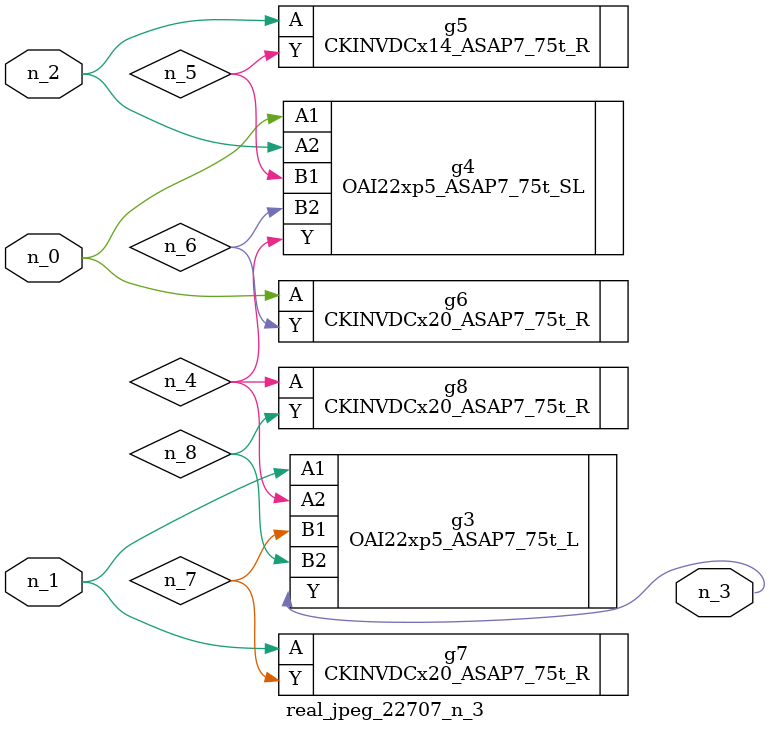
<source format=v>
module real_jpeg_22707_n_3 (n_1, n_0, n_2, n_3);

input n_1;
input n_0;
input n_2;

output n_3;

wire n_5;
wire n_4;
wire n_8;
wire n_6;
wire n_7;

OAI22xp5_ASAP7_75t_SL g4 ( 
.A1(n_0),
.A2(n_2),
.B1(n_5),
.B2(n_6),
.Y(n_4)
);

CKINVDCx20_ASAP7_75t_R g6 ( 
.A(n_0),
.Y(n_6)
);

OAI22xp5_ASAP7_75t_L g3 ( 
.A1(n_1),
.A2(n_4),
.B1(n_7),
.B2(n_8),
.Y(n_3)
);

CKINVDCx20_ASAP7_75t_R g7 ( 
.A(n_1),
.Y(n_7)
);

CKINVDCx14_ASAP7_75t_R g5 ( 
.A(n_2),
.Y(n_5)
);

CKINVDCx20_ASAP7_75t_R g8 ( 
.A(n_4),
.Y(n_8)
);


endmodule
</source>
